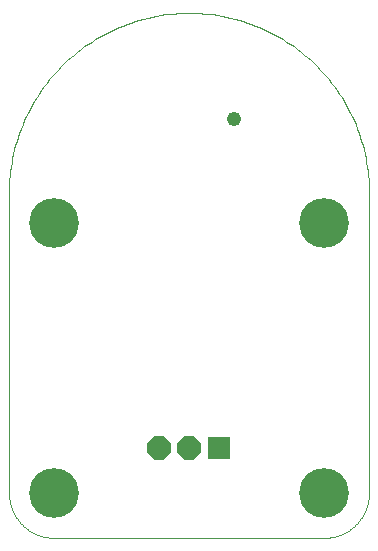
<source format=gbs>
G75*
%MOIN*%
%OFA0B0*%
%FSLAX25Y25*%
%IPPOS*%
%LPD*%
%AMOC8*
5,1,8,0,0,1.08239X$1,22.5*
%
%ADD10C,0.16611*%
%ADD11C,0.00000*%
%ADD12OC8,0.07800*%
%ADD13R,0.07800X0.07800*%
%ADD14C,0.04800*%
D10*
X0016500Y0016500D03*
X0016500Y0106500D03*
X0106500Y0106500D03*
X0106500Y0016500D03*
D11*
X0001500Y0016500D02*
X0001500Y0116500D01*
X0001518Y0117961D01*
X0001571Y0119421D01*
X0001660Y0120880D01*
X0001784Y0122336D01*
X0001944Y0123788D01*
X0002139Y0125236D01*
X0002370Y0126679D01*
X0002635Y0128116D01*
X0002935Y0129546D01*
X0003270Y0130968D01*
X0003640Y0132382D01*
X0004044Y0133786D01*
X0004482Y0135180D01*
X0004954Y0136563D01*
X0005459Y0137934D01*
X0005998Y0139292D01*
X0006569Y0140637D01*
X0007173Y0141967D01*
X0007809Y0143283D01*
X0008477Y0144582D01*
X0009177Y0145865D01*
X0009908Y0147130D01*
X0010669Y0148378D01*
X0011460Y0149606D01*
X0012281Y0150815D01*
X0013131Y0152003D01*
X0014010Y0153170D01*
X0014917Y0154316D01*
X0015852Y0155439D01*
X0016814Y0156539D01*
X0017802Y0157615D01*
X0018816Y0158667D01*
X0019856Y0159694D01*
X0020920Y0160695D01*
X0022008Y0161671D01*
X0023120Y0162619D01*
X0024254Y0163540D01*
X0025411Y0164433D01*
X0026588Y0165297D01*
X0027787Y0166133D01*
X0029006Y0166939D01*
X0030244Y0167716D01*
X0031500Y0168462D01*
X0032774Y0169177D01*
X0034065Y0169861D01*
X0035373Y0170513D01*
X0036696Y0171133D01*
X0038034Y0171721D01*
X0039385Y0172276D01*
X0040750Y0172798D01*
X0042127Y0173286D01*
X0043516Y0173741D01*
X0044915Y0174162D01*
X0046324Y0174549D01*
X0047742Y0174901D01*
X0049168Y0175219D01*
X0050602Y0175502D01*
X0052042Y0175750D01*
X0053487Y0175963D01*
X0054938Y0176140D01*
X0056392Y0176282D01*
X0057849Y0176389D01*
X0059309Y0176460D01*
X0060769Y0176496D01*
X0062231Y0176496D01*
X0063691Y0176460D01*
X0065151Y0176389D01*
X0066608Y0176282D01*
X0068062Y0176140D01*
X0069513Y0175963D01*
X0070958Y0175750D01*
X0072398Y0175502D01*
X0073832Y0175219D01*
X0075258Y0174901D01*
X0076676Y0174549D01*
X0078085Y0174162D01*
X0079484Y0173741D01*
X0080873Y0173286D01*
X0082250Y0172798D01*
X0083615Y0172276D01*
X0084966Y0171721D01*
X0086304Y0171133D01*
X0087627Y0170513D01*
X0088935Y0169861D01*
X0090226Y0169177D01*
X0091500Y0168462D01*
X0092756Y0167716D01*
X0093994Y0166939D01*
X0095213Y0166133D01*
X0096412Y0165297D01*
X0097589Y0164433D01*
X0098746Y0163540D01*
X0099880Y0162619D01*
X0100992Y0161671D01*
X0102080Y0160695D01*
X0103144Y0159694D01*
X0104184Y0158667D01*
X0105198Y0157615D01*
X0106186Y0156539D01*
X0107148Y0155439D01*
X0108083Y0154316D01*
X0108990Y0153170D01*
X0109869Y0152003D01*
X0110719Y0150815D01*
X0111540Y0149606D01*
X0112331Y0148378D01*
X0113092Y0147130D01*
X0113823Y0145865D01*
X0114523Y0144582D01*
X0115191Y0143283D01*
X0115827Y0141967D01*
X0116431Y0140637D01*
X0117002Y0139292D01*
X0117541Y0137934D01*
X0118046Y0136563D01*
X0118518Y0135180D01*
X0118956Y0133786D01*
X0119360Y0132382D01*
X0119730Y0130968D01*
X0120065Y0129546D01*
X0120365Y0128116D01*
X0120630Y0126679D01*
X0120861Y0125236D01*
X0121056Y0123788D01*
X0121216Y0122336D01*
X0121340Y0120880D01*
X0121429Y0119421D01*
X0121482Y0117961D01*
X0121500Y0116500D01*
X0121500Y0016500D01*
X0121496Y0016138D01*
X0121482Y0015775D01*
X0121461Y0015413D01*
X0121430Y0015052D01*
X0121391Y0014692D01*
X0121343Y0014333D01*
X0121286Y0013975D01*
X0121221Y0013618D01*
X0121147Y0013263D01*
X0121064Y0012910D01*
X0120973Y0012559D01*
X0120874Y0012211D01*
X0120766Y0011865D01*
X0120650Y0011521D01*
X0120525Y0011181D01*
X0120393Y0010844D01*
X0120252Y0010510D01*
X0120103Y0010179D01*
X0119946Y0009852D01*
X0119782Y0009529D01*
X0119610Y0009210D01*
X0119430Y0008896D01*
X0119242Y0008585D01*
X0119047Y0008280D01*
X0118845Y0007979D01*
X0118635Y0007683D01*
X0118419Y0007393D01*
X0118195Y0007107D01*
X0117965Y0006827D01*
X0117728Y0006553D01*
X0117484Y0006285D01*
X0117234Y0006022D01*
X0116978Y0005766D01*
X0116715Y0005516D01*
X0116447Y0005272D01*
X0116173Y0005035D01*
X0115893Y0004805D01*
X0115607Y0004581D01*
X0115317Y0004365D01*
X0115021Y0004155D01*
X0114720Y0003953D01*
X0114415Y0003758D01*
X0114104Y0003570D01*
X0113790Y0003390D01*
X0113471Y0003218D01*
X0113148Y0003054D01*
X0112821Y0002897D01*
X0112490Y0002748D01*
X0112156Y0002607D01*
X0111819Y0002475D01*
X0111479Y0002350D01*
X0111135Y0002234D01*
X0110789Y0002126D01*
X0110441Y0002027D01*
X0110090Y0001936D01*
X0109737Y0001853D01*
X0109382Y0001779D01*
X0109025Y0001714D01*
X0108667Y0001657D01*
X0108308Y0001609D01*
X0107948Y0001570D01*
X0107587Y0001539D01*
X0107225Y0001518D01*
X0106862Y0001504D01*
X0106500Y0001500D01*
X0016500Y0001500D01*
X0016138Y0001504D01*
X0015775Y0001518D01*
X0015413Y0001539D01*
X0015052Y0001570D01*
X0014692Y0001609D01*
X0014333Y0001657D01*
X0013975Y0001714D01*
X0013618Y0001779D01*
X0013263Y0001853D01*
X0012910Y0001936D01*
X0012559Y0002027D01*
X0012211Y0002126D01*
X0011865Y0002234D01*
X0011521Y0002350D01*
X0011181Y0002475D01*
X0010844Y0002607D01*
X0010510Y0002748D01*
X0010179Y0002897D01*
X0009852Y0003054D01*
X0009529Y0003218D01*
X0009210Y0003390D01*
X0008896Y0003570D01*
X0008585Y0003758D01*
X0008280Y0003953D01*
X0007979Y0004155D01*
X0007683Y0004365D01*
X0007393Y0004581D01*
X0007107Y0004805D01*
X0006827Y0005035D01*
X0006553Y0005272D01*
X0006285Y0005516D01*
X0006022Y0005766D01*
X0005766Y0006022D01*
X0005516Y0006285D01*
X0005272Y0006553D01*
X0005035Y0006827D01*
X0004805Y0007107D01*
X0004581Y0007393D01*
X0004365Y0007683D01*
X0004155Y0007979D01*
X0003953Y0008280D01*
X0003758Y0008585D01*
X0003570Y0008896D01*
X0003390Y0009210D01*
X0003218Y0009529D01*
X0003054Y0009852D01*
X0002897Y0010179D01*
X0002748Y0010510D01*
X0002607Y0010844D01*
X0002475Y0011181D01*
X0002350Y0011521D01*
X0002234Y0011865D01*
X0002126Y0012211D01*
X0002027Y0012559D01*
X0001936Y0012910D01*
X0001853Y0013263D01*
X0001779Y0013618D01*
X0001714Y0013975D01*
X0001657Y0014333D01*
X0001609Y0014692D01*
X0001570Y0015052D01*
X0001539Y0015413D01*
X0001518Y0015775D01*
X0001504Y0016138D01*
X0001500Y0016500D01*
D12*
X0051500Y0031500D03*
X0061500Y0031500D03*
D13*
X0071500Y0031500D03*
D14*
X0076500Y0141000D03*
M02*

</source>
